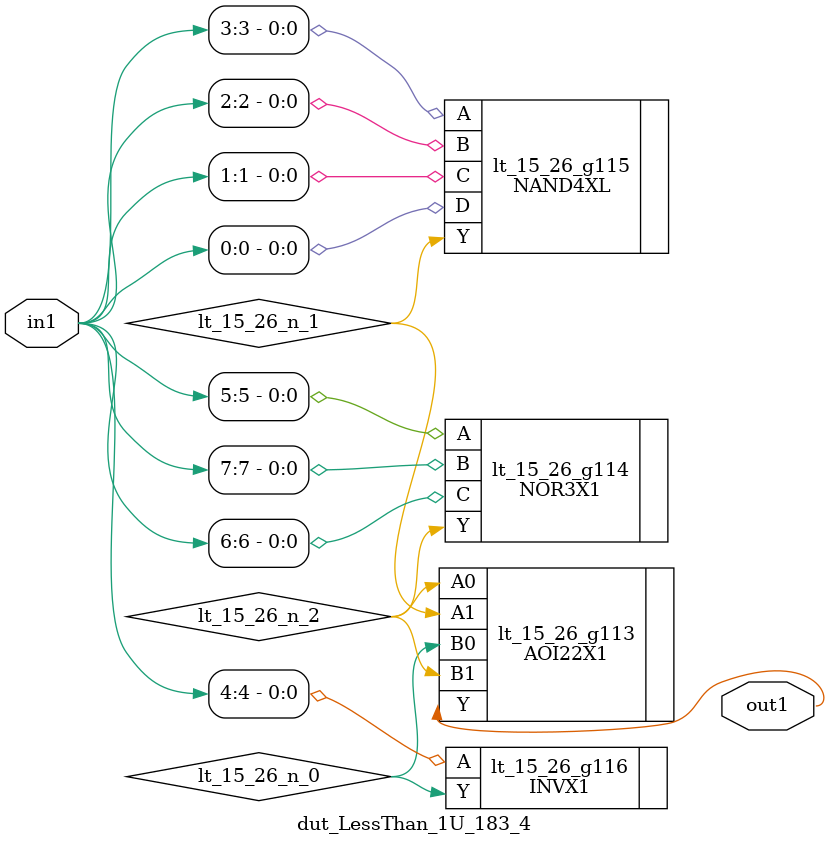
<source format=v>
`timescale 1ps / 1ps


module dut_LessThan_1U_183_4(in1, out1);
  input [7:0] in1;
  output out1;
  wire [7:0] in1;
  wire out1;
  wire lt_15_26_n_0, lt_15_26_n_1, lt_15_26_n_2;
  AOI22X1 lt_15_26_g113(.A0 (lt_15_26_n_2), .A1 (lt_15_26_n_1), .B0
       (lt_15_26_n_0), .B1 (lt_15_26_n_2), .Y (out1));
  NOR3X1 lt_15_26_g114(.A (in1[5]), .B (in1[7]), .C (in1[6]), .Y
       (lt_15_26_n_2));
  NAND4XL lt_15_26_g115(.A (in1[3]), .B (in1[2]), .C (in1[1]), .D
       (in1[0]), .Y (lt_15_26_n_1));
  INVX1 lt_15_26_g116(.A (in1[4]), .Y (lt_15_26_n_0));
endmodule



</source>
